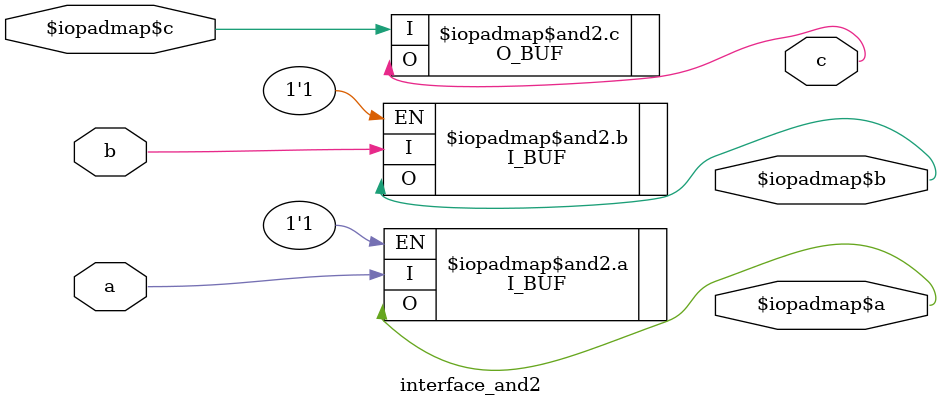
<source format=v>
/* Generated by Yosys 0.18+10 (git sha1 22058a10a, gcc 11.2.1 -fPIC -Os) */

module and2(a, b, c);
  input a;
  output c;
  input b;
  wire \$iopadmap$a ;
  wire \$iopadmap$b ;
  wire \$iopadmap$c ;
  (* src = "/nfs_scratch/scratch/CompilerValidation/zaheer_ahmad/EDA-2603/./rtl/and2.v:5.7-5.8" *)
  (* src = "/nfs_scratch/scratch/CompilerValidation/zaheer_ahmad/EDA-2603/./rtl/and2.v:5.7-5.8" *)
  wire a;
  (* src = "/nfs_scratch/scratch/CompilerValidation/zaheer_ahmad/EDA-2603/./rtl/and2.v:6.8-6.9" *)
  (* src = "/nfs_scratch/scratch/CompilerValidation/zaheer_ahmad/EDA-2603/./rtl/and2.v:6.8-6.9" *)
  wire c;
  (* src = "/nfs_scratch/scratch/CompilerValidation/zaheer_ahmad/EDA-2603/./rtl/and2.v:5.10-5.11" *)
  (* src = "/nfs_scratch/scratch/CompilerValidation/zaheer_ahmad/EDA-2603/./rtl/and2.v:5.10-5.11" *)
  wire b;
  fabric_and2 \$auto$rs_design_edit.cc:658:execute$413  (
    .\$iopadmap$a (\$iopadmap$a ),
    .\$iopadmap$b (\$iopadmap$b ),
    .\$iopadmap$c (\$iopadmap$c )
  );
  interface_and2 \$auto$rs_design_edit.cc:660:execute$414  (
    .\$iopadmap$a (\$iopadmap$a ),
    .\$iopadmap$b (\$iopadmap$b ),
    .\$iopadmap$c (\$iopadmap$c ),
    .a(a),
    .b(b),
    .c(c)
  );
endmodule

module interface_and2(a, b, c, \$iopadmap$c , \$iopadmap$b , \$iopadmap$a );
  output \$iopadmap$a ;
  output \$iopadmap$b ;
  input \$iopadmap$c ;
  input a;
  output c;
  input b;
  wire \$iopadmap$a ;
  wire \$iopadmap$b ;
  wire \$iopadmap$c ;
  (* src = "/nfs_scratch/scratch/CompilerValidation/zaheer_ahmad/EDA-2603/./rtl/and2.v:5.7-5.8" *)
  (* src = "/nfs_scratch/scratch/CompilerValidation/zaheer_ahmad/EDA-2603/./rtl/and2.v:5.7-5.8" *)
  wire a;
  (* src = "/nfs_scratch/scratch/CompilerValidation/zaheer_ahmad/EDA-2603/./rtl/and2.v:6.8-6.9" *)
  (* src = "/nfs_scratch/scratch/CompilerValidation/zaheer_ahmad/EDA-2603/./rtl/and2.v:6.8-6.9" *)
  wire c;
  (* src = "/nfs_scratch/scratch/CompilerValidation/zaheer_ahmad/EDA-2603/./rtl/and2.v:5.10-5.11" *)
  (* src = "/nfs_scratch/scratch/CompilerValidation/zaheer_ahmad/EDA-2603/./rtl/and2.v:5.10-5.11" *)
  wire b;
  (* keep = 32'd1 *)
  (* module_not_derived = 32'd1 *)
  (* src = "/nfs_eda_sw/softwares/Raptor/instl_dir/03_17_2024_09_15_01/bin/../share/yosys/rapidsilicon/genesis3/io_cell_final_map.v:41.13-41.44" *)
  O_BUF \$iopadmap$and2.c  (
    .I(\$iopadmap$c ),
    .O(c)
  );
  (* keep = 32'd1 *)
  (* module_not_derived = 32'd1 *)
  (* src = "/nfs_eda_sw/softwares/Raptor/instl_dir/03_17_2024_09_15_01/bin/../share/yosys/rapidsilicon/genesis3/io_cell_final_map.v:29.41-29.81" *)
  I_BUF #(
    .WEAK_KEEPER("NONE")
  ) \$iopadmap$and2.a  (
    .EN(1'h1),
    .I(a),
    .O(\$iopadmap$a )
  );
  (* keep = 32'd1 *)
  (* module_not_derived = 32'd1 *)
  (* src = "/nfs_eda_sw/softwares/Raptor/instl_dir/03_17_2024_09_15_01/bin/../share/yosys/rapidsilicon/genesis3/io_cell_final_map.v:29.41-29.81" *)
  I_BUF #(
    .WEAK_KEEPER("NONE")
  ) \$iopadmap$and2.b  (
    .EN(1'h1),
    .I(b),
    .O(\$iopadmap$b )
  );
endmodule

</source>
